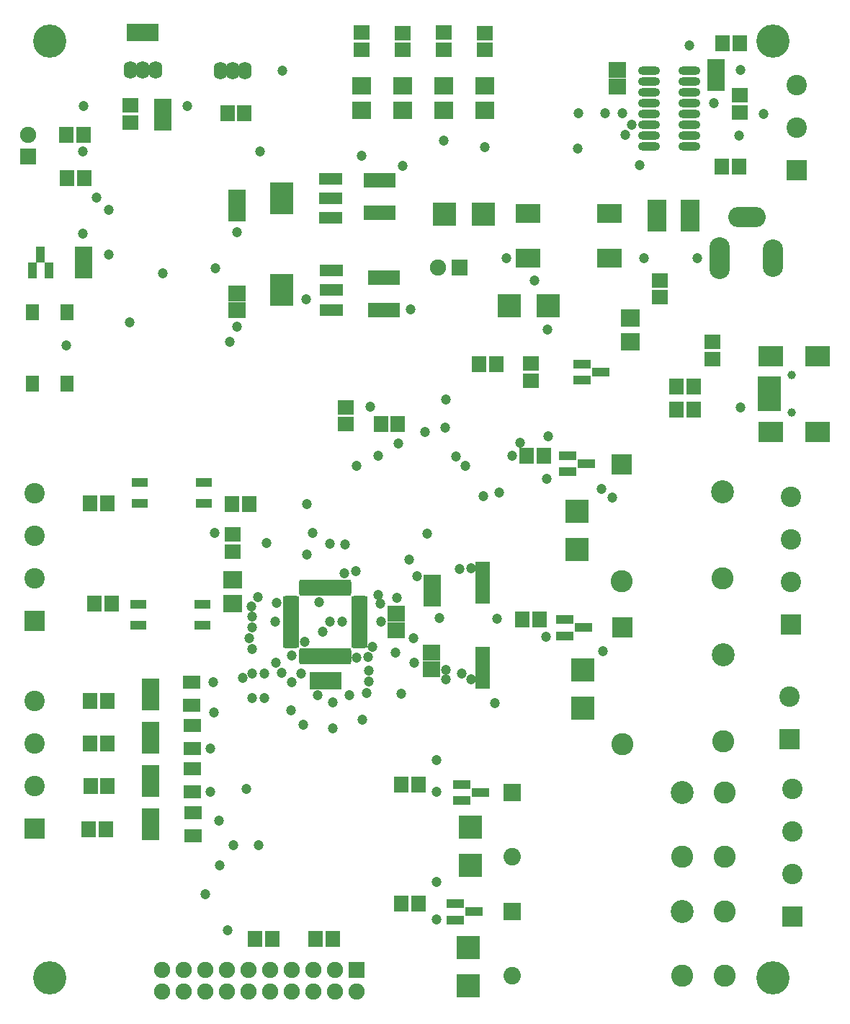
<source format=gts>
%FSLAX44Y44*%
%MOMM*%
G71*
G01*
G75*
G04 Layer_Color=8388736*
%ADD10R,1.4000X1.5000*%
%ADD11O,2.2000X0.6000*%
%ADD12R,1.6000X1.5000*%
%ADD13R,3.3000X1.4000*%
%ADD14R,1.1000X1.5000*%
%ADD15R,1.6000X0.6000*%
%ADD16R,2.3000X2.3000*%
%ADD17R,1.5000X1.4000*%
%ADD18R,1.5000X1.6000*%
%ADD19R,2.5000X2.0000*%
%ADD20R,2.3000X0.5000*%
%ADD21R,1.8000X1.6000*%
%ADD22R,2.4000X3.3000*%
%ADD23R,2.4000X1.0000*%
%ADD24R,1.9000X3.4000*%
%ADD25R,0.6000X1.5000*%
%ADD26O,0.2500X1.5500*%
%ADD27O,1.5500X0.2500*%
%ADD28R,1.5000X0.7000*%
%ADD29R,1.3000X4.5000*%
%ADD30R,2.5000X1.8000*%
%ADD31R,2.3000X2.3000*%
%ADD32R,1.7000X1.1000*%
%ADD33C,0.2540*%
%ADD34C,2.0000*%
%ADD35C,2.3000*%
%ADD36C,1.6500*%
%ADD37C,2.2000*%
%ADD38R,1.6500X1.6500*%
%ADD39R,2.0000X2.0000*%
%ADD40C,0.6000*%
%ADD41O,4.0000X2.0000*%
%ADD42O,2.0000X4.0000*%
%ADD43O,2.0000X4.5000*%
%ADD44C,1.5000*%
%ADD45R,1.5000X1.5000*%
%ADD46O,1.2000X1.7000*%
%ADD47R,1.5000X1.5000*%
%ADD48C,2.0000*%
%ADD49C,3.5000*%
%ADD50C,0.8000*%
%ADD51R,1.8000X1.9000*%
%ADD52O,2.6000X1.0000*%
%ADD53R,2.0000X1.9000*%
%ADD54R,3.7000X1.8000*%
%ADD55R,1.5000X1.9000*%
%ADD56R,2.0000X1.0000*%
%ADD57R,2.7000X2.7000*%
%ADD58R,1.9000X1.8000*%
%ADD59R,1.9000X2.0000*%
%ADD60R,2.9000X2.4000*%
%ADD61R,2.7000X0.9000*%
%ADD62R,2.2000X2.0000*%
%ADD63R,2.8000X3.7000*%
%ADD64R,2.8000X1.4000*%
%ADD65R,2.3000X3.8000*%
%ADD66R,1.0000X1.9000*%
%ADD67O,0.6500X1.9500*%
%ADD68O,1.9500X0.6500*%
%ADD69R,1.9000X1.1000*%
%ADD70R,1.7000X4.9000*%
%ADD71R,2.9000X2.2000*%
%ADD72R,2.7000X2.7000*%
%ADD73R,2.1000X1.5000*%
%ADD74C,2.7000*%
%ADD75C,2.0500*%
%ADD76C,2.6000*%
%ADD77R,2.0500X2.0500*%
%ADD78R,2.4000X2.4000*%
%ADD79C,1.0000*%
%ADD80O,4.4000X2.4000*%
%ADD81O,2.4000X4.4000*%
%ADD82O,2.4000X4.9000*%
%ADD83C,1.9000*%
%ADD84R,1.9000X1.9000*%
%ADD85O,1.6000X2.1000*%
%ADD86R,1.9000X1.9000*%
%ADD87C,2.4000*%
%ADD88C,3.9000*%
%ADD89C,1.2000*%
D51*
X685452Y1132332D02*
D03*
X705452D02*
D03*
X1071212Y802640D02*
D03*
X1051212D02*
D03*
X1071212Y662432D02*
D03*
X1051212D02*
D03*
X852172Y1131824D02*
D03*
X872172D02*
D03*
X685452Y900224D02*
D03*
X705452D02*
D03*
X685452Y850392D02*
D03*
X705452D02*
D03*
X683508Y750218D02*
D03*
X703508D02*
D03*
X950682Y621016D02*
D03*
X970682D02*
D03*
X1142652Y1296162D02*
D03*
X1162652D02*
D03*
X879562Y621016D02*
D03*
X899562D02*
D03*
X1394808Y1269492D02*
D03*
X1374808D02*
D03*
X1027082Y1225550D02*
D03*
X1047082D02*
D03*
X1428126Y1527924D02*
D03*
X1448126D02*
D03*
X678529Y1514602D02*
D03*
X658528D02*
D03*
X657338Y1565148D02*
D03*
X677338D02*
D03*
X846634Y1590894D02*
D03*
X866634D02*
D03*
X1193452Y996188D02*
D03*
X1213452D02*
D03*
X1198532Y1188466D02*
D03*
X1218532D02*
D03*
X1394808Y1242822D02*
D03*
X1374808D02*
D03*
X1448634Y1673144D02*
D03*
X1428634D02*
D03*
X685988Y800786D02*
D03*
X705988D02*
D03*
X690532Y1014984D02*
D03*
X710532D02*
D03*
D52*
X1390012Y1551686D02*
D03*
Y1564386D02*
D03*
Y1577086D02*
D03*
Y1589786D02*
D03*
Y1602486D02*
D03*
Y1615186D02*
D03*
Y1627886D02*
D03*
Y1640586D02*
D03*
X1342012Y1551686D02*
D03*
Y1564386D02*
D03*
Y1577086D02*
D03*
Y1589786D02*
D03*
Y1602486D02*
D03*
Y1615186D02*
D03*
Y1627886D02*
D03*
Y1640586D02*
D03*
D53*
X858012Y1491844D02*
D03*
Y1472844D02*
D03*
X756412Y898804D02*
D03*
Y917804D02*
D03*
Y848004D02*
D03*
Y867004D02*
D03*
X1420876Y1645006D02*
D03*
Y1626006D02*
D03*
X858012Y1359814D02*
D03*
Y1378814D02*
D03*
X1305052Y1641196D02*
D03*
Y1622196D02*
D03*
X1044702Y983640D02*
D03*
Y1002640D02*
D03*
X677516Y1424632D02*
D03*
Y1405632D02*
D03*
X1086358Y937920D02*
D03*
Y956920D02*
D03*
X1087120Y1020470D02*
D03*
Y1039470D02*
D03*
X756412Y765404D02*
D03*
Y746404D02*
D03*
Y816204D02*
D03*
Y797204D02*
D03*
X770868Y1598606D02*
D03*
Y1579606D02*
D03*
D54*
X1025652Y1511504D02*
D03*
Y1473504D02*
D03*
X1030732Y1397458D02*
D03*
Y1359458D02*
D03*
D55*
X617794Y1272704D02*
D03*
Y1356704D02*
D03*
X657794D02*
D03*
Y1272704D02*
D03*
D56*
X1122222Y802522D02*
D03*
Y783522D02*
D03*
X1144222Y793022D02*
D03*
X1114938Y662540D02*
D03*
Y643540D02*
D03*
X1136938Y653040D02*
D03*
X1246993Y1188407D02*
D03*
Y1169406D02*
D03*
X1268993Y1178906D02*
D03*
X1285572Y1286510D02*
D03*
X1263572Y1277010D02*
D03*
Y1296010D02*
D03*
X1264832Y986580D02*
D03*
X1242832Y977080D02*
D03*
Y996080D02*
D03*
D57*
X1131938Y707264D02*
D03*
Y752264D02*
D03*
X1129358Y566220D02*
D03*
Y611220D02*
D03*
X1257992Y1078175D02*
D03*
Y1123174D02*
D03*
X1263992Y936754D02*
D03*
Y891754D02*
D03*
D58*
X1448754Y1591544D02*
D03*
Y1611544D02*
D03*
X1203452Y1276510D02*
D03*
Y1296510D02*
D03*
X1354582Y1394554D02*
D03*
Y1374554D02*
D03*
X1416812Y1321910D02*
D03*
Y1301910D02*
D03*
X1004134Y1665124D02*
D03*
Y1685124D02*
D03*
X1052634Y1664948D02*
D03*
Y1684948D02*
D03*
X1100734Y1685124D02*
D03*
Y1665124D02*
D03*
X1149234Y1664948D02*
D03*
Y1684948D02*
D03*
X985520Y1245456D02*
D03*
Y1225456D02*
D03*
X732648Y1599614D02*
D03*
Y1579614D02*
D03*
X852932Y1076104D02*
D03*
Y1096104D02*
D03*
D59*
X952502Y924598D02*
D03*
X971502D02*
D03*
X756768Y1685036D02*
D03*
X737768D02*
D03*
D60*
X1540033Y1305610D02*
D03*
Y1216610D02*
D03*
X1485032D02*
D03*
Y1305610D02*
D03*
D61*
X1484032Y1245110D02*
D03*
Y1253110D02*
D03*
Y1261109D02*
D03*
Y1269109D02*
D03*
Y1277110D02*
D03*
D62*
X1004080Y1594400D02*
D03*
Y1622400D02*
D03*
X1052634Y1594400D02*
D03*
Y1622400D02*
D03*
X1100934Y1594400D02*
D03*
Y1622400D02*
D03*
X1149234Y1594400D02*
D03*
Y1622400D02*
D03*
X1320292Y1350294D02*
D03*
Y1322294D02*
D03*
X852932Y1015144D02*
D03*
Y1043144D02*
D03*
D63*
X910800Y1382776D02*
D03*
X910292Y1490980D02*
D03*
D64*
X968800Y1405776D02*
D03*
Y1382776D02*
D03*
Y1359776D02*
D03*
X968292Y1513980D02*
D03*
Y1490980D02*
D03*
Y1467980D02*
D03*
D65*
X1390592Y1470152D02*
D03*
X1351592D02*
D03*
D66*
X627224Y1424632D02*
D03*
X636724Y1405632D02*
D03*
X617724D02*
D03*
D67*
X989502Y953048D02*
D03*
X984502D02*
D03*
X979502D02*
D03*
X974502D02*
D03*
X969502D02*
D03*
X964502D02*
D03*
X959502D02*
D03*
X954502D02*
D03*
X949502D02*
D03*
X944502D02*
D03*
X939502D02*
D03*
X934502D02*
D03*
Y1033548D02*
D03*
X939502D02*
D03*
X944502D02*
D03*
X949502D02*
D03*
X954502D02*
D03*
X959502D02*
D03*
X964502D02*
D03*
X969502D02*
D03*
X974502D02*
D03*
X979502D02*
D03*
X984502D02*
D03*
X989502D02*
D03*
D68*
X921752Y965798D02*
D03*
Y970798D02*
D03*
Y975798D02*
D03*
Y980798D02*
D03*
Y985798D02*
D03*
Y990798D02*
D03*
Y995798D02*
D03*
Y1000798D02*
D03*
Y1005798D02*
D03*
Y1010798D02*
D03*
Y1015798D02*
D03*
Y1020798D02*
D03*
X1002252D02*
D03*
Y1015798D02*
D03*
Y1010798D02*
D03*
Y1005798D02*
D03*
Y1000798D02*
D03*
Y995798D02*
D03*
Y990798D02*
D03*
Y985798D02*
D03*
Y980798D02*
D03*
Y975798D02*
D03*
Y970798D02*
D03*
Y965798D02*
D03*
D69*
X743852Y1132224D02*
D03*
Y1157364D02*
D03*
X818852D02*
D03*
Y1132224D02*
D03*
X817026Y1014346D02*
D03*
Y989206D02*
D03*
X742026D02*
D03*
Y1014346D02*
D03*
D70*
X1146302Y1039584D02*
D03*
Y939584D02*
D03*
D71*
X1199648Y1472529D02*
D03*
Y1420529D02*
D03*
X1295648D02*
D03*
Y1472529D02*
D03*
D72*
X1147212Y1472438D02*
D03*
X1102213D02*
D03*
X1223412Y1364487D02*
D03*
X1178412D02*
D03*
D73*
X806132Y742404D02*
D03*
Y769404D02*
D03*
X805688Y793966D02*
D03*
Y820966D02*
D03*
X805434Y844512D02*
D03*
Y871512D02*
D03*
X804926Y895606D02*
D03*
Y922606D02*
D03*
D74*
X1381178Y792864D02*
D03*
Y653044D02*
D03*
X1428312Y1146035D02*
D03*
X1429232Y954534D02*
D03*
D75*
X1181178Y717865D02*
D03*
Y578044D02*
D03*
D76*
X1431178Y792864D02*
D03*
Y717865D02*
D03*
X1381178D02*
D03*
X1431178Y653044D02*
D03*
Y578044D02*
D03*
X1381178D02*
D03*
X1428312Y1044535D02*
D03*
X1310312Y1041035D02*
D03*
X1429232Y853034D02*
D03*
X1311232Y849534D02*
D03*
D77*
X1181178Y792864D02*
D03*
Y653044D02*
D03*
D78*
X1310312Y1178035D02*
D03*
X1311232Y986534D02*
D03*
X1508892Y990454D02*
D03*
X1510670Y647554D02*
D03*
X619892Y994264D02*
D03*
Y750424D02*
D03*
X1515767Y1523382D02*
D03*
X1507114Y855580D02*
D03*
D79*
X1510033Y1283110D02*
D03*
Y1239110D02*
D03*
D80*
X1457532Y1468368D02*
D03*
D81*
X1487532Y1420368D02*
D03*
D82*
X1425532D02*
D03*
D83*
X770362Y559416D02*
D03*
Y584816D02*
D03*
X795762Y559416D02*
D03*
Y584816D02*
D03*
X821162Y559416D02*
D03*
Y584816D02*
D03*
X846562Y559416D02*
D03*
Y584816D02*
D03*
X871962Y559416D02*
D03*
Y584816D02*
D03*
X897362Y559416D02*
D03*
Y584816D02*
D03*
X922762Y559416D02*
D03*
Y584816D02*
D03*
X948162Y559416D02*
D03*
Y584816D02*
D03*
X973562Y559416D02*
D03*
Y584816D02*
D03*
X998962Y559416D02*
D03*
X612728Y1565148D02*
D03*
X1094232Y1409192D02*
D03*
D84*
X998962Y584816D02*
D03*
X1119632Y1409192D02*
D03*
D85*
X867664Y1640586D02*
D03*
X852932D02*
D03*
X838200D02*
D03*
X732536Y1641094D02*
D03*
X747268D02*
D03*
X762000D02*
D03*
D86*
X612728Y1539748D02*
D03*
D87*
X1508892Y1140454D02*
D03*
Y1090454D02*
D03*
Y1040454D02*
D03*
X1510670Y797554D02*
D03*
Y747554D02*
D03*
Y697555D02*
D03*
X619892Y1144264D02*
D03*
Y1094265D02*
D03*
Y1044264D02*
D03*
Y900424D02*
D03*
Y850424D02*
D03*
Y800424D02*
D03*
X1515767Y1623382D02*
D03*
Y1573382D02*
D03*
X1507114Y905580D02*
D03*
D88*
X637532Y575664D02*
D03*
X1487532D02*
D03*
Y1675664D02*
D03*
X637532D02*
D03*
D89*
X692912Y1491742D02*
D03*
X731520Y1344930D02*
D03*
X849630Y1322070D02*
D03*
X892810Y1086104D02*
D03*
X959104Y981964D02*
D03*
X966978Y993902D02*
D03*
X998728Y951484D02*
D03*
X940054Y1131824D02*
D03*
X954278Y1016254D02*
D03*
X1004062Y1540764D02*
D03*
X1103630Y1254760D02*
D03*
X1102868Y1221486D02*
D03*
X1147572Y1140968D02*
D03*
X1096264Y997966D02*
D03*
X1016762Y964438D02*
D03*
X1043940Y957326D02*
D03*
X1052576Y1528826D02*
D03*
X1310894Y1590548D02*
D03*
X1290828Y1590294D02*
D03*
X1259078D02*
D03*
X1258824Y1549400D02*
D03*
X1288034Y958850D02*
D03*
X1161288Y897890D02*
D03*
X1330960Y1529842D02*
D03*
X1322070Y1576832D02*
D03*
X1314704Y1564894D02*
D03*
X1298702Y1138936D02*
D03*
X1132840Y1056132D02*
D03*
Y925830D02*
D03*
X1103122D02*
D03*
X1012952Y923036D02*
D03*
X1103630Y937006D02*
D03*
X1286002Y1149096D02*
D03*
X1121918Y932942D02*
D03*
X1013206Y936244D02*
D03*
X1148842Y1550416D02*
D03*
X937514Y970280D02*
D03*
X1100836Y1558036D02*
D03*
X1163574Y997458D02*
D03*
X1059942Y1066546D02*
D03*
X1023620Y1188720D02*
D03*
X1115568Y1187958D02*
D03*
X1181354Y1188466D02*
D03*
X952502Y907540D02*
D03*
X770878Y1402600D02*
D03*
X970682Y898758D02*
D03*
X970534Y868680D02*
D03*
X933450Y932688D02*
D03*
X935990Y872998D02*
D03*
X921258Y889254D02*
D03*
X883158Y731012D02*
D03*
X853948Y731520D02*
D03*
X821162Y673374D02*
D03*
X885190Y1545590D02*
D03*
X875792Y999744D02*
D03*
X882396Y1022350D02*
D03*
X875284Y1011428D02*
D03*
X864870Y927862D02*
D03*
X869188Y797052D02*
D03*
X847090Y631698D02*
D03*
X910590Y933196D02*
D03*
X837184Y759714D02*
D03*
X837438Y707390D02*
D03*
X875538Y986536D02*
D03*
X903478Y945134D02*
D03*
X872744Y973836D02*
D03*
X890016Y932688D02*
D03*
Y903986D02*
D03*
X826300Y793966D02*
D03*
X876046Y961136D02*
D03*
X875538Y932942D02*
D03*
Y904240D02*
D03*
X826732Y844512D02*
D03*
X831088Y886968D02*
D03*
X922528Y922528D02*
D03*
X830072D02*
D03*
X1399286Y1420368D02*
D03*
X1336040D02*
D03*
X1450088Y1245110D02*
D03*
X1223008Y1336550D02*
D03*
X1092776Y687900D02*
D03*
Y644076D02*
D03*
X1092708Y831088D02*
D03*
Y793496D02*
D03*
X911606Y1640586D02*
D03*
X1389380Y1669796D02*
D03*
X677672Y1599344D02*
D03*
X799592Y1599438D02*
D03*
X1449578Y1641602D02*
D03*
X1477010Y1590040D02*
D03*
X1418590Y1602232D02*
D03*
X1448054Y1564640D02*
D03*
X676656Y1546098D02*
D03*
Y1449578D02*
D03*
X657606Y1318006D02*
D03*
X707390Y1424432D02*
D03*
Y1477518D02*
D03*
X1175004Y1420114D02*
D03*
X1062228Y1359916D02*
D03*
X1221486Y976122D02*
D03*
X1221994Y1161034D02*
D03*
X1207262Y1394206D02*
D03*
X858012Y1450848D02*
D03*
X857758Y1340104D02*
D03*
X832358Y1408938D02*
D03*
X831596Y1097534D02*
D03*
X1190498Y1203960D02*
D03*
X1014984Y1245616D02*
D03*
X1026668Y1014476D02*
D03*
X1065886Y945490D02*
D03*
X1065276Y973836D02*
D03*
X981964Y993648D02*
D03*
X1005586Y878840D02*
D03*
X1011936Y951992D02*
D03*
X1023620Y1025398D02*
D03*
X1045718Y1021334D02*
D03*
X1081786Y1097026D02*
D03*
X1079246Y1216660D02*
D03*
X939038Y1372362D02*
D03*
X1048004Y1202436D02*
D03*
X1166368Y1145032D02*
D03*
X1126490Y1176782D02*
D03*
X998220Y1176274D02*
D03*
X946912Y1097788D02*
D03*
X1051052Y909320D02*
D03*
X1119632Y1055878D02*
D03*
X1069848Y1047242D02*
D03*
X1027176Y993648D02*
D03*
X1010158Y909828D02*
D03*
X989838Y907542D02*
D03*
X922528Y953516D02*
D03*
X940054Y1072642D02*
D03*
X1223518Y1211326D02*
D03*
X967486Y1084834D02*
D03*
X984758Y1084326D02*
D03*
X984504Y1050544D02*
D03*
X997966Y1052576D02*
D03*
X904240Y1015746D02*
D03*
X902462Y993648D02*
D03*
M02*

</source>
